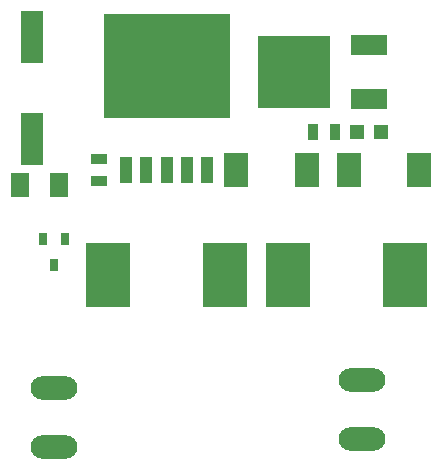
<source format=gtp>
G04 (created by PCBNEW (2013-07-07 BZR 4022)-stable) date 02/05/2014 07:12:38*
%MOIN*%
G04 Gerber Fmt 3.4, Leading zero omitted, Abs format*
%FSLAX34Y34*%
G01*
G70*
G90*
G04 APERTURE LIST*
%ADD10C,0.00590551*%
%ADD11R,0.0787X0.1181*%
%ADD12R,0.1516X0.2165*%
%ADD13R,0.035X0.055*%
%ADD14R,0.0472X0.0472*%
%ADD15R,0.042X0.09*%
%ADD16R,0.42X0.35*%
%ADD17R,0.12X0.065*%
%ADD18R,0.24X0.24*%
%ADD19R,0.0748X0.1732*%
%ADD20R,0.055X0.035*%
%ADD21R,0.06X0.08*%
%ADD22R,0.0315X0.0394*%
%ADD23O,0.156X0.078*%
G04 APERTURE END LIST*
G54D10*
G54D11*
X72319Y-43000D03*
X74681Y-43000D03*
X76069Y-43000D03*
X78431Y-43000D03*
G54D12*
X68041Y-46500D03*
X71959Y-46500D03*
X74041Y-46500D03*
X77959Y-46500D03*
G54D13*
X74875Y-41750D03*
X75625Y-41750D03*
G54D14*
X76337Y-41750D03*
X77163Y-41750D03*
G54D15*
X68660Y-43000D03*
G54D16*
X70000Y-39550D03*
G54D15*
X70000Y-43000D03*
X69330Y-43000D03*
X70670Y-43000D03*
X71340Y-43000D03*
G54D17*
X76750Y-40650D03*
G54D18*
X74250Y-39750D03*
G54D17*
X76750Y-38850D03*
G54D19*
X65500Y-41982D03*
X65500Y-38557D03*
G54D20*
X67750Y-43375D03*
X67750Y-42625D03*
G54D21*
X66400Y-43500D03*
X65100Y-43500D03*
G54D22*
X66250Y-46183D03*
X65875Y-45317D03*
X66625Y-45317D03*
G54D23*
X66250Y-52240D03*
X66250Y-50270D03*
X76500Y-50010D03*
X76500Y-51980D03*
M02*

</source>
